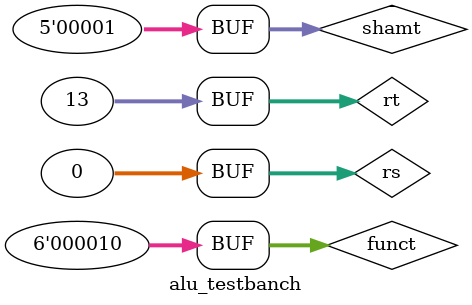
<source format=v>
module alu_testbanch;

// input and output test signals
reg [31:0] rs, rt; 
reg [4:0] shamt;
reg [5:0] funct;

wire [31:0] rd;

// creating the instance of the module we want to test
alu alu(rs, rt, shamt, funct, rd);

initial
begin
rs = 32'b00000000000000000000000000000000;
rt = 32'b00000000000000000000000000000001;
funct = 6'b100000; //add
#5; // pause (5 units of delay)
rs = 32'b00000000000000000000000000000111;
rt = 32'b00000000000000000000000000000011;
funct = 6'b100010; //subtract
#5;
rt = 32'b00000000000000000000000000001000;
shamt = 5'b00010; // shift amount
funct = 6'b000010; //shift right logical
#5
rs = 32'b00000000000000000000000000001011;
rt = 32'b00000000000000000000000000000001;
funct = 6'b100000; //add
#5
rs = 32'b00000000000000000000000000000000;
rt = 32'b00000000000000000000000000000001;
funct = 6'b100010; //subtract
#5;
rt = 32'b00000000000000000000000000001101;
shamt = 5'b00001; // shift amount
funct = 6'b000010; //shift right logical
end

// print signal values on every change
initial
$monitor("rs = %b rt = %b shamt = %b funct = %b rd = %b", rs, rt, shamt, funct, rd);

initial
$dumpvars;

endmodule
</source>
